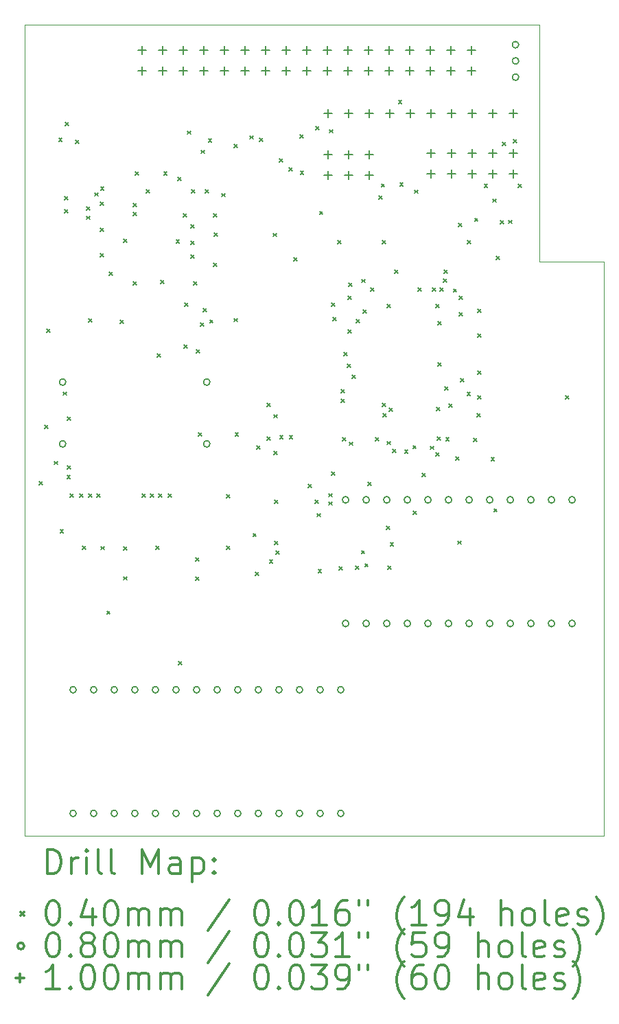
<source format=gbr>
%FSLAX45Y45*%
G04 Gerber Fmt 4.5, Leading zero omitted, Abs format (unit mm)*
G04 Created by KiCad (PCBNEW (5.1.2-1)-1) date 2020-07-05 10:41:57*
%MOMM*%
%LPD*%
G04 APERTURE LIST*
%ADD10C,0.100000*%
%ADD11C,0.200000*%
%ADD12C,0.300000*%
G04 APERTURE END LIST*
D10*
X13398500Y-6223000D02*
X14200000Y-6223000D01*
X13398500Y-3300000D02*
X13398500Y-6223000D01*
X13398500Y-3300000D02*
X7048500Y-3300000D01*
X14200000Y-13300000D02*
X14200000Y-6223000D01*
X7048500Y-13300000D02*
X14200000Y-13300000D01*
X7048500Y-3300000D02*
X7048500Y-13300000D01*
D11*
X7227260Y-8932550D02*
X7267260Y-8972550D01*
X7267260Y-8932550D02*
X7227260Y-8972550D01*
X7298400Y-8239310D02*
X7338400Y-8279310D01*
X7338400Y-8239310D02*
X7298400Y-8279310D01*
X7320600Y-7053900D02*
X7360600Y-7093900D01*
X7360600Y-7053900D02*
X7320600Y-7093900D01*
X7419470Y-8686110D02*
X7459470Y-8726110D01*
X7459470Y-8686110D02*
X7419470Y-8726110D01*
X7470720Y-4699480D02*
X7510720Y-4739480D01*
X7510720Y-4699480D02*
X7470720Y-4739480D01*
X7489030Y-9530320D02*
X7529030Y-9570320D01*
X7529030Y-9530320D02*
X7489030Y-9570320D01*
X7524250Y-7829440D02*
X7564250Y-7869440D01*
X7564250Y-7829440D02*
X7524250Y-7869440D01*
X7542230Y-5419510D02*
X7582230Y-5459510D01*
X7582230Y-5419510D02*
X7542230Y-5459510D01*
X7542600Y-5582990D02*
X7582600Y-5622990D01*
X7582600Y-5582990D02*
X7542600Y-5622990D01*
X7554300Y-4504800D02*
X7594300Y-4544800D01*
X7594300Y-4504800D02*
X7554300Y-4544800D01*
X7573640Y-8860380D02*
X7613640Y-8900380D01*
X7613640Y-8860380D02*
X7573640Y-8900380D01*
X7574940Y-8741170D02*
X7614940Y-8781170D01*
X7614940Y-8741170D02*
X7574940Y-8781170D01*
X7575020Y-8139720D02*
X7615020Y-8179720D01*
X7615020Y-8139720D02*
X7575020Y-8179720D01*
X7612700Y-9085900D02*
X7652700Y-9125900D01*
X7652700Y-9085900D02*
X7612700Y-9125900D01*
X7676750Y-4729150D02*
X7716750Y-4769150D01*
X7716750Y-4729150D02*
X7676750Y-4769150D01*
X7727000Y-9085900D02*
X7767000Y-9125900D01*
X7767000Y-9085900D02*
X7727000Y-9125900D01*
X7765100Y-9733600D02*
X7805100Y-9773600D01*
X7805100Y-9733600D02*
X7765100Y-9773600D01*
X7811710Y-5551370D02*
X7851710Y-5591370D01*
X7851710Y-5551370D02*
X7811710Y-5591370D01*
X7811950Y-5662590D02*
X7851950Y-5702590D01*
X7851950Y-5662590D02*
X7811950Y-5702590D01*
X7841300Y-6926900D02*
X7881300Y-6966900D01*
X7881300Y-6926900D02*
X7841300Y-6966900D01*
X7841300Y-9085900D02*
X7881300Y-9125900D01*
X7881300Y-9085900D02*
X7841300Y-9125900D01*
X7915380Y-5375580D02*
X7955380Y-5415580D01*
X7955380Y-5375580D02*
X7915380Y-5415580D01*
X7942900Y-9085900D02*
X7982900Y-9125900D01*
X7982900Y-9085900D02*
X7942900Y-9125900D01*
X7981000Y-5491800D02*
X8021000Y-5531800D01*
X8021000Y-5491800D02*
X7981000Y-5531800D01*
X7981000Y-5809300D02*
X8021000Y-5849300D01*
X8021000Y-5809300D02*
X7981000Y-5849300D01*
X7981000Y-6126800D02*
X8021000Y-6166800D01*
X8021000Y-6126800D02*
X7981000Y-6166800D01*
X7988850Y-5305960D02*
X8028850Y-5345960D01*
X8028850Y-5305960D02*
X7988850Y-5345960D01*
X7995100Y-9734580D02*
X8035100Y-9774580D01*
X8035100Y-9734580D02*
X7995100Y-9774580D01*
X8065180Y-10530270D02*
X8105180Y-10570270D01*
X8105180Y-10530270D02*
X8065180Y-10570270D01*
X8095300Y-6355400D02*
X8135300Y-6395400D01*
X8135300Y-6355400D02*
X8095300Y-6395400D01*
X8231360Y-6946100D02*
X8271360Y-6986100D01*
X8271360Y-6946100D02*
X8231360Y-6986100D01*
X8273100Y-5949000D02*
X8313100Y-5989000D01*
X8313100Y-5949000D02*
X8273100Y-5989000D01*
X8274160Y-9740110D02*
X8314160Y-9780110D01*
X8314160Y-9740110D02*
X8274160Y-9780110D01*
X8274160Y-10107420D02*
X8314160Y-10147420D01*
X8314160Y-10107420D02*
X8274160Y-10147420D01*
X8387400Y-5504500D02*
X8427400Y-5544500D01*
X8427400Y-5504500D02*
X8387400Y-5544500D01*
X8387400Y-6469700D02*
X8427400Y-6509700D01*
X8427400Y-6469700D02*
X8387400Y-6509700D01*
X8392710Y-5615320D02*
X8432710Y-5655320D01*
X8432710Y-5615320D02*
X8392710Y-5655320D01*
X8418000Y-5118980D02*
X8458000Y-5158980D01*
X8458000Y-5118980D02*
X8418000Y-5158980D01*
X8501700Y-9085900D02*
X8541700Y-9125900D01*
X8541700Y-9085900D02*
X8501700Y-9125900D01*
X8552500Y-5339400D02*
X8592500Y-5379400D01*
X8592500Y-5339400D02*
X8552500Y-5379400D01*
X8603300Y-9085900D02*
X8643300Y-9125900D01*
X8643300Y-9085900D02*
X8603300Y-9125900D01*
X8666800Y-9733600D02*
X8706800Y-9773600D01*
X8706800Y-9733600D02*
X8666800Y-9773600D01*
X8688130Y-7363370D02*
X8728130Y-7403370D01*
X8728130Y-7363370D02*
X8688130Y-7403370D01*
X8704900Y-9085900D02*
X8744900Y-9125900D01*
X8744900Y-9085900D02*
X8704900Y-9125900D01*
X8730300Y-6457000D02*
X8770300Y-6497000D01*
X8770300Y-6457000D02*
X8730300Y-6497000D01*
X8768000Y-5119640D02*
X8808000Y-5159640D01*
X8808000Y-5119640D02*
X8768000Y-5159640D01*
X8819200Y-9085900D02*
X8859200Y-9125900D01*
X8859200Y-9085900D02*
X8819200Y-9125900D01*
X8918610Y-5953070D02*
X8958610Y-5993070D01*
X8958610Y-5953070D02*
X8918610Y-5993070D01*
X8942990Y-5187480D02*
X8982990Y-5227480D01*
X8982990Y-5187480D02*
X8942990Y-5227480D01*
X8950290Y-11156170D02*
X8990290Y-11196170D01*
X8990290Y-11156170D02*
X8950290Y-11196170D01*
X9009700Y-5631500D02*
X9049700Y-5671500D01*
X9049700Y-5631500D02*
X9009700Y-5671500D01*
X9017920Y-7252320D02*
X9057920Y-7292320D01*
X9057920Y-7252320D02*
X9017920Y-7292320D01*
X9022400Y-6736400D02*
X9062400Y-6776400D01*
X9062400Y-6736400D02*
X9022400Y-6776400D01*
X9059510Y-4613860D02*
X9099510Y-4653860D01*
X9099510Y-4613860D02*
X9059510Y-4653860D01*
X9098600Y-5771200D02*
X9138600Y-5811200D01*
X9138600Y-5771200D02*
X9098600Y-5811200D01*
X9098600Y-5974400D02*
X9138600Y-6014400D01*
X9138600Y-5974400D02*
X9098600Y-6014400D01*
X9098600Y-6139500D02*
X9138600Y-6179500D01*
X9138600Y-6139500D02*
X9098600Y-6179500D01*
X9111300Y-5339400D02*
X9151300Y-5379400D01*
X9151300Y-5339400D02*
X9111300Y-5379400D01*
X9136700Y-6469700D02*
X9176700Y-6509700D01*
X9176700Y-6469700D02*
X9136700Y-6509700D01*
X9162360Y-9873480D02*
X9202360Y-9913480D01*
X9202360Y-9873480D02*
X9162360Y-9913480D01*
X9162360Y-10114600D02*
X9202360Y-10154600D01*
X9202360Y-10114600D02*
X9162360Y-10154600D01*
X9171840Y-7311280D02*
X9211840Y-7351280D01*
X9211840Y-7311280D02*
X9171840Y-7351280D01*
X9194600Y-8334540D02*
X9234600Y-8374540D01*
X9234600Y-8334540D02*
X9194600Y-8374540D01*
X9218000Y-6981710D02*
X9258000Y-7021710D01*
X9258000Y-6981710D02*
X9218000Y-7021710D01*
X9228990Y-4850240D02*
X9268990Y-4890240D01*
X9268990Y-4850240D02*
X9228990Y-4890240D01*
X9252300Y-6798640D02*
X9292300Y-6838640D01*
X9292300Y-6798640D02*
X9252300Y-6838640D01*
X9276400Y-5339400D02*
X9316400Y-5379400D01*
X9316400Y-5339400D02*
X9276400Y-5379400D01*
X9317240Y-4712100D02*
X9357240Y-4752100D01*
X9357240Y-4712100D02*
X9317240Y-4752100D01*
X9333510Y-6940850D02*
X9373510Y-6980850D01*
X9373510Y-6940850D02*
X9333510Y-6980850D01*
X9378000Y-5631500D02*
X9418000Y-5671500D01*
X9418000Y-5631500D02*
X9378000Y-5671500D01*
X9378000Y-6241100D02*
X9418000Y-6281100D01*
X9418000Y-6241100D02*
X9378000Y-6281100D01*
X9390700Y-5872800D02*
X9430700Y-5912800D01*
X9430700Y-5872800D02*
X9390700Y-5912800D01*
X9480500Y-5382840D02*
X9520500Y-5422840D01*
X9520500Y-5382840D02*
X9480500Y-5422840D01*
X9543100Y-9098600D02*
X9583100Y-9138600D01*
X9583100Y-9098600D02*
X9543100Y-9138600D01*
X9543100Y-9733600D02*
X9583100Y-9773600D01*
X9583100Y-9733600D02*
X9543100Y-9773600D01*
X9634250Y-6924660D02*
X9674250Y-6964660D01*
X9674250Y-6924660D02*
X9634250Y-6964660D01*
X9636710Y-4779170D02*
X9676710Y-4819170D01*
X9676710Y-4779170D02*
X9636710Y-4819170D01*
X9647290Y-8334450D02*
X9687290Y-8374450D01*
X9687290Y-8334450D02*
X9647290Y-8374450D01*
X9830050Y-4671410D02*
X9870050Y-4711410D01*
X9870050Y-4671410D02*
X9830050Y-4711410D01*
X9866770Y-9574030D02*
X9906770Y-9614030D01*
X9906770Y-9574030D02*
X9866770Y-9614030D01*
X9896740Y-10055200D02*
X9936740Y-10095200D01*
X9936740Y-10055200D02*
X9896740Y-10095200D01*
X9916130Y-8497190D02*
X9956130Y-8537190D01*
X9956130Y-8497190D02*
X9916130Y-8537190D01*
X9945940Y-4704690D02*
X9985940Y-4744690D01*
X9985940Y-4704690D02*
X9945940Y-4744690D01*
X10043860Y-7970860D02*
X10083860Y-8010860D01*
X10083860Y-7970860D02*
X10043860Y-8010860D01*
X10043860Y-8385440D02*
X10083860Y-8425440D01*
X10083860Y-8385440D02*
X10043860Y-8425440D01*
X10069820Y-9900460D02*
X10109820Y-9940460D01*
X10109820Y-9900460D02*
X10069820Y-9940460D01*
X10117190Y-5875600D02*
X10157190Y-5915600D01*
X10157190Y-5875600D02*
X10117190Y-5915600D01*
X10126950Y-8109530D02*
X10166950Y-8149530D01*
X10166950Y-8109530D02*
X10126950Y-8149530D01*
X10126950Y-8565530D02*
X10166950Y-8605530D01*
X10166950Y-8565530D02*
X10126950Y-8605530D01*
X10132590Y-9164290D02*
X10172590Y-9204290D01*
X10172590Y-9164290D02*
X10132590Y-9204290D01*
X10132590Y-9674050D02*
X10172590Y-9714050D01*
X10172590Y-9674050D02*
X10132590Y-9714050D01*
X10151970Y-9788720D02*
X10191970Y-9828720D01*
X10191970Y-9788720D02*
X10151970Y-9828720D01*
X10195060Y-4954510D02*
X10235060Y-4994510D01*
X10235060Y-4954510D02*
X10195060Y-4994510D01*
X10196880Y-8369060D02*
X10236880Y-8409060D01*
X10236880Y-8369060D02*
X10196880Y-8409060D01*
X10313770Y-5064190D02*
X10353770Y-5104190D01*
X10353770Y-5064190D02*
X10313770Y-5104190D01*
X10316510Y-8369500D02*
X10356510Y-8409500D01*
X10356510Y-8369500D02*
X10316510Y-8409500D01*
X10373550Y-6178030D02*
X10413550Y-6218030D01*
X10413550Y-6178030D02*
X10373550Y-6218030D01*
X10445110Y-4661820D02*
X10485110Y-4701820D01*
X10485110Y-4661820D02*
X10445110Y-4701820D01*
X10451980Y-5106520D02*
X10491980Y-5146520D01*
X10491980Y-5106520D02*
X10451980Y-5146520D01*
X10547580Y-8966070D02*
X10587580Y-9006070D01*
X10587580Y-8966070D02*
X10547580Y-9006070D01*
X10634610Y-9165660D02*
X10674610Y-9205660D01*
X10674610Y-9165660D02*
X10634610Y-9205660D01*
X10643770Y-4560350D02*
X10683770Y-4600350D01*
X10683770Y-4560350D02*
X10643770Y-4600350D01*
X10658670Y-9329530D02*
X10698670Y-9369530D01*
X10698670Y-9329530D02*
X10658670Y-9369530D01*
X10671750Y-10017730D02*
X10711750Y-10057730D01*
X10711750Y-10017730D02*
X10671750Y-10057730D01*
X10688500Y-5602880D02*
X10728500Y-5642880D01*
X10728500Y-5602880D02*
X10688500Y-5642880D01*
X10801010Y-9184370D02*
X10841010Y-9224370D01*
X10841010Y-9184370D02*
X10801010Y-9224370D01*
X10803030Y-9082440D02*
X10843030Y-9122440D01*
X10843030Y-9082440D02*
X10803030Y-9122440D01*
X10814290Y-4595620D02*
X10854290Y-4635620D01*
X10854290Y-4595620D02*
X10814290Y-4635620D01*
X10838500Y-6736400D02*
X10878500Y-6776400D01*
X10878500Y-6736400D02*
X10838500Y-6776400D01*
X10838500Y-8819200D02*
X10878500Y-8859200D01*
X10878500Y-8819200D02*
X10838500Y-8859200D01*
X10851200Y-6914200D02*
X10891200Y-6954200D01*
X10891200Y-6914200D02*
X10851200Y-6954200D01*
X10914700Y-5961700D02*
X10954700Y-6001700D01*
X10954700Y-5961700D02*
X10914700Y-6001700D01*
X10929420Y-9983120D02*
X10969420Y-10023120D01*
X10969420Y-9983120D02*
X10929420Y-10023120D01*
X10952800Y-7803200D02*
X10992800Y-7843200D01*
X10992800Y-7803200D02*
X10952800Y-7843200D01*
X10952800Y-7917500D02*
X10992800Y-7957500D01*
X10992800Y-7917500D02*
X10952800Y-7957500D01*
X10972692Y-8392272D02*
X11012692Y-8432272D01*
X11012692Y-8392272D02*
X10972692Y-8432272D01*
X10990900Y-7346000D02*
X11030900Y-7386000D01*
X11030900Y-7346000D02*
X10990900Y-7386000D01*
X11029000Y-7485700D02*
X11069000Y-7525700D01*
X11069000Y-7485700D02*
X11029000Y-7525700D01*
X11041700Y-6647500D02*
X11081700Y-6687500D01*
X11081700Y-6647500D02*
X11041700Y-6687500D01*
X11041700Y-7066600D02*
X11081700Y-7106600D01*
X11081700Y-7066600D02*
X11041700Y-7106600D01*
X11050900Y-6487900D02*
X11090900Y-6527900D01*
X11090900Y-6487900D02*
X11050900Y-6527900D01*
X11055401Y-8448481D02*
X11095401Y-8488481D01*
X11095401Y-8448481D02*
X11055401Y-8488481D01*
X11092500Y-7621900D02*
X11132500Y-7661900D01*
X11132500Y-7621900D02*
X11092500Y-7661900D01*
X11130600Y-9979190D02*
X11170600Y-10019190D01*
X11170600Y-9979190D02*
X11130600Y-10019190D01*
X11143300Y-6939600D02*
X11183300Y-6979600D01*
X11183300Y-6939600D02*
X11143300Y-6979600D01*
X11205950Y-9785830D02*
X11245950Y-9825830D01*
X11245950Y-9785830D02*
X11205950Y-9825830D01*
X11209917Y-6441203D02*
X11249917Y-6481203D01*
X11249917Y-6441203D02*
X11209917Y-6481203D01*
X11225849Y-6818951D02*
X11265849Y-6858951D01*
X11265849Y-6818951D02*
X11225849Y-6858951D01*
X11246560Y-9947120D02*
X11286560Y-9987120D01*
X11286560Y-9947120D02*
X11246560Y-9987120D01*
X11283000Y-8946200D02*
X11323000Y-8986200D01*
X11323000Y-8946200D02*
X11283000Y-8986200D01*
X11321100Y-6545900D02*
X11361100Y-6585900D01*
X11361100Y-6545900D02*
X11321100Y-6585900D01*
X11380590Y-8392710D02*
X11420590Y-8432710D01*
X11420590Y-8392710D02*
X11380590Y-8432710D01*
X11421320Y-5411290D02*
X11461320Y-5451290D01*
X11461320Y-5411290D02*
X11421320Y-5451290D01*
X11450180Y-5265820D02*
X11490180Y-5305820D01*
X11490180Y-5265820D02*
X11450180Y-5305820D01*
X11460800Y-5961700D02*
X11500800Y-6001700D01*
X11500800Y-5961700D02*
X11460800Y-6001700D01*
X11460800Y-7968300D02*
X11500800Y-8008300D01*
X11500800Y-7968300D02*
X11460800Y-8008300D01*
X11473390Y-8099870D02*
X11513390Y-8139870D01*
X11513390Y-8099870D02*
X11473390Y-8139870D01*
X11516440Y-9488170D02*
X11556440Y-9528170D01*
X11556440Y-9488170D02*
X11516440Y-9528170D01*
X11521270Y-8439910D02*
X11561270Y-8479910D01*
X11561270Y-8439910D02*
X11521270Y-8479910D01*
X11524300Y-6749100D02*
X11564300Y-6789100D01*
X11564300Y-6749100D02*
X11524300Y-6789100D01*
X11532160Y-9975800D02*
X11572160Y-10015800D01*
X11572160Y-9975800D02*
X11532160Y-10015800D01*
X11549700Y-8031800D02*
X11589700Y-8071800D01*
X11589700Y-8031800D02*
X11549700Y-8071800D01*
X11560300Y-9688460D02*
X11600300Y-9728460D01*
X11600300Y-9688460D02*
X11560300Y-9728460D01*
X11589750Y-8540040D02*
X11629750Y-8580040D01*
X11629750Y-8540040D02*
X11589750Y-8580040D01*
X11613200Y-6330000D02*
X11653200Y-6370000D01*
X11653200Y-6330000D02*
X11613200Y-6370000D01*
X11663170Y-4234340D02*
X11703170Y-4274340D01*
X11703170Y-4234340D02*
X11663170Y-4274340D01*
X11678580Y-5254030D02*
X11718580Y-5294030D01*
X11718580Y-5254030D02*
X11678580Y-5294030D01*
X11738520Y-8543520D02*
X11778520Y-8583520D01*
X11778520Y-8543520D02*
X11738520Y-8583520D01*
X11840330Y-8489890D02*
X11880330Y-8529890D01*
X11880330Y-8489890D02*
X11840330Y-8529890D01*
X11844770Y-9300960D02*
X11884770Y-9340960D01*
X11884770Y-9300960D02*
X11844770Y-9340960D01*
X11861090Y-5340750D02*
X11901090Y-5380750D01*
X11901090Y-5340750D02*
X11861090Y-5380750D01*
X11905300Y-6545900D02*
X11945300Y-6585900D01*
X11945300Y-6545900D02*
X11905300Y-6585900D01*
X11956100Y-8831900D02*
X11996100Y-8871900D01*
X11996100Y-8831900D02*
X11956100Y-8871900D01*
X12059040Y-8499760D02*
X12099040Y-8539760D01*
X12099040Y-8499760D02*
X12059040Y-8539760D01*
X12083100Y-6545900D02*
X12123100Y-6585900D01*
X12123100Y-6545900D02*
X12083100Y-6585900D01*
X12121200Y-6749100D02*
X12161200Y-6789100D01*
X12161200Y-6749100D02*
X12121200Y-6789100D01*
X12126780Y-8580180D02*
X12166780Y-8620180D01*
X12166780Y-8580180D02*
X12126780Y-8620180D01*
X12133900Y-8019100D02*
X12173900Y-8059100D01*
X12173900Y-8019100D02*
X12133900Y-8059100D01*
X12141710Y-8387660D02*
X12181710Y-8427660D01*
X12181710Y-8387660D02*
X12141710Y-8427660D01*
X12146600Y-6965000D02*
X12186600Y-7005000D01*
X12186600Y-6965000D02*
X12146600Y-7005000D01*
X12146600Y-7473000D02*
X12186600Y-7513000D01*
X12186600Y-7473000D02*
X12146600Y-7513000D01*
X12172000Y-6545900D02*
X12212000Y-6585900D01*
X12212000Y-6545900D02*
X12172000Y-6585900D01*
X12218100Y-6439640D02*
X12258100Y-6479640D01*
X12258100Y-6439640D02*
X12218100Y-6479640D01*
X12222800Y-6330000D02*
X12262800Y-6370000D01*
X12262800Y-6330000D02*
X12222800Y-6370000D01*
X12235500Y-7765100D02*
X12275500Y-7805100D01*
X12275500Y-7765100D02*
X12235500Y-7805100D01*
X12246430Y-8395450D02*
X12286430Y-8435450D01*
X12286430Y-8395450D02*
X12246430Y-8435450D01*
X12286300Y-7981000D02*
X12326300Y-8021000D01*
X12326300Y-7981000D02*
X12286300Y-8021000D01*
X12338857Y-6560357D02*
X12378857Y-6600357D01*
X12378857Y-6560357D02*
X12338857Y-6600357D01*
X12372160Y-8629380D02*
X12412160Y-8669380D01*
X12412160Y-8629380D02*
X12372160Y-8669380D01*
X12393330Y-9666840D02*
X12433330Y-9706840D01*
X12433330Y-9666840D02*
X12393330Y-9706840D01*
X12401760Y-5750760D02*
X12441760Y-5790760D01*
X12441760Y-5750760D02*
X12401760Y-5790760D01*
X12413300Y-6647500D02*
X12453300Y-6687500D01*
X12453300Y-6647500D02*
X12413300Y-6687500D01*
X12413300Y-6850700D02*
X12453300Y-6890700D01*
X12453300Y-6850700D02*
X12413300Y-6890700D01*
X12426000Y-7663500D02*
X12466000Y-7703500D01*
X12466000Y-7663500D02*
X12426000Y-7703500D01*
X12509900Y-7833640D02*
X12549900Y-7873640D01*
X12549900Y-7833640D02*
X12509900Y-7873640D01*
X12514900Y-5961700D02*
X12554900Y-6001700D01*
X12554900Y-5961700D02*
X12514900Y-6001700D01*
X12591100Y-8400100D02*
X12631100Y-8440100D01*
X12631100Y-8400100D02*
X12591100Y-8440100D01*
X12602950Y-5687640D02*
X12642950Y-5727640D01*
X12642950Y-5687640D02*
X12602950Y-5727640D01*
X12629200Y-8095300D02*
X12669200Y-8135300D01*
X12669200Y-8095300D02*
X12629200Y-8135300D01*
X12641900Y-6812600D02*
X12681900Y-6852600D01*
X12681900Y-6812600D02*
X12641900Y-6852600D01*
X12641900Y-7117400D02*
X12681900Y-7157400D01*
X12681900Y-7117400D02*
X12641900Y-7157400D01*
X12641900Y-7574600D02*
X12681900Y-7614600D01*
X12681900Y-7574600D02*
X12641900Y-7614600D01*
X12641900Y-7879400D02*
X12681900Y-7919400D01*
X12681900Y-7879400D02*
X12641900Y-7919400D01*
X12721060Y-5271800D02*
X12761060Y-5311800D01*
X12761060Y-5271800D02*
X12721060Y-5311800D01*
X12806420Y-8637960D02*
X12846420Y-8677960D01*
X12846420Y-8637960D02*
X12806420Y-8677960D01*
X12826870Y-5450830D02*
X12866870Y-5490830D01*
X12866870Y-5450830D02*
X12826870Y-5490830D01*
X12839520Y-9269660D02*
X12879520Y-9309660D01*
X12879520Y-9269660D02*
X12839520Y-9309660D01*
X12871820Y-6157850D02*
X12911820Y-6197850D01*
X12911820Y-6157850D02*
X12871820Y-6197850D01*
X12920440Y-5717580D02*
X12960440Y-5757580D01*
X12960440Y-5717580D02*
X12920440Y-5757580D01*
X12948350Y-4755650D02*
X12988350Y-4795650D01*
X12988350Y-4755650D02*
X12948350Y-4795650D01*
X13021411Y-5714070D02*
X13061411Y-5754070D01*
X13061411Y-5714070D02*
X13021411Y-5754070D01*
X13078110Y-4721590D02*
X13118110Y-4761590D01*
X13118110Y-4721590D02*
X13078110Y-4761590D01*
X13137020Y-5270770D02*
X13177020Y-5310770D01*
X13177020Y-5270770D02*
X13137020Y-5310770D01*
X13726360Y-7879390D02*
X13766360Y-7919390D01*
X13766360Y-7879390D02*
X13726360Y-7919390D01*
X13146400Y-3549700D02*
G75*
G03X13146400Y-3549700I-40000J0D01*
G01*
X13146400Y-3749700D02*
G75*
G03X13146400Y-3749700I-40000J0D01*
G01*
X13146400Y-3949700D02*
G75*
G03X13146400Y-3949700I-40000J0D01*
G01*
X7688000Y-11503000D02*
G75*
G03X7688000Y-11503000I-40000J0D01*
G01*
X7688000Y-13027000D02*
G75*
G03X7688000Y-13027000I-40000J0D01*
G01*
X7942000Y-11503000D02*
G75*
G03X7942000Y-11503000I-40000J0D01*
G01*
X7942000Y-13027000D02*
G75*
G03X7942000Y-13027000I-40000J0D01*
G01*
X8196000Y-11503000D02*
G75*
G03X8196000Y-11503000I-40000J0D01*
G01*
X8196000Y-13027000D02*
G75*
G03X8196000Y-13027000I-40000J0D01*
G01*
X8450000Y-11503000D02*
G75*
G03X8450000Y-11503000I-40000J0D01*
G01*
X8450000Y-13027000D02*
G75*
G03X8450000Y-13027000I-40000J0D01*
G01*
X8704000Y-11503000D02*
G75*
G03X8704000Y-11503000I-40000J0D01*
G01*
X8704000Y-13027000D02*
G75*
G03X8704000Y-13027000I-40000J0D01*
G01*
X8958000Y-11503000D02*
G75*
G03X8958000Y-11503000I-40000J0D01*
G01*
X8958000Y-13027000D02*
G75*
G03X8958000Y-13027000I-40000J0D01*
G01*
X9212000Y-11503000D02*
G75*
G03X9212000Y-11503000I-40000J0D01*
G01*
X9212000Y-13027000D02*
G75*
G03X9212000Y-13027000I-40000J0D01*
G01*
X9466000Y-11503000D02*
G75*
G03X9466000Y-11503000I-40000J0D01*
G01*
X9466000Y-13027000D02*
G75*
G03X9466000Y-13027000I-40000J0D01*
G01*
X9720000Y-11503000D02*
G75*
G03X9720000Y-11503000I-40000J0D01*
G01*
X9720000Y-13027000D02*
G75*
G03X9720000Y-13027000I-40000J0D01*
G01*
X9974000Y-11503000D02*
G75*
G03X9974000Y-11503000I-40000J0D01*
G01*
X9974000Y-13027000D02*
G75*
G03X9974000Y-13027000I-40000J0D01*
G01*
X10228000Y-11503000D02*
G75*
G03X10228000Y-11503000I-40000J0D01*
G01*
X10228000Y-13027000D02*
G75*
G03X10228000Y-13027000I-40000J0D01*
G01*
X10482000Y-11503000D02*
G75*
G03X10482000Y-11503000I-40000J0D01*
G01*
X10482000Y-13027000D02*
G75*
G03X10482000Y-13027000I-40000J0D01*
G01*
X10736000Y-11503000D02*
G75*
G03X10736000Y-11503000I-40000J0D01*
G01*
X10736000Y-13027000D02*
G75*
G03X10736000Y-13027000I-40000J0D01*
G01*
X10990000Y-11503000D02*
G75*
G03X10990000Y-11503000I-40000J0D01*
G01*
X10990000Y-13027000D02*
G75*
G03X10990000Y-13027000I-40000J0D01*
G01*
X11050000Y-9161000D02*
G75*
G03X11050000Y-9161000I-40000J0D01*
G01*
X11050000Y-10685000D02*
G75*
G03X11050000Y-10685000I-40000J0D01*
G01*
X11304000Y-9161000D02*
G75*
G03X11304000Y-9161000I-40000J0D01*
G01*
X11304000Y-10685000D02*
G75*
G03X11304000Y-10685000I-40000J0D01*
G01*
X11558000Y-9161000D02*
G75*
G03X11558000Y-9161000I-40000J0D01*
G01*
X11558000Y-10685000D02*
G75*
G03X11558000Y-10685000I-40000J0D01*
G01*
X11812000Y-9161000D02*
G75*
G03X11812000Y-9161000I-40000J0D01*
G01*
X11812000Y-10685000D02*
G75*
G03X11812000Y-10685000I-40000J0D01*
G01*
X12066000Y-9161000D02*
G75*
G03X12066000Y-9161000I-40000J0D01*
G01*
X12066000Y-10685000D02*
G75*
G03X12066000Y-10685000I-40000J0D01*
G01*
X12320000Y-9161000D02*
G75*
G03X12320000Y-9161000I-40000J0D01*
G01*
X12320000Y-10685000D02*
G75*
G03X12320000Y-10685000I-40000J0D01*
G01*
X12574000Y-9161000D02*
G75*
G03X12574000Y-9161000I-40000J0D01*
G01*
X12574000Y-10685000D02*
G75*
G03X12574000Y-10685000I-40000J0D01*
G01*
X12828000Y-9161000D02*
G75*
G03X12828000Y-9161000I-40000J0D01*
G01*
X12828000Y-10685000D02*
G75*
G03X12828000Y-10685000I-40000J0D01*
G01*
X13082000Y-9161000D02*
G75*
G03X13082000Y-9161000I-40000J0D01*
G01*
X13082000Y-10685000D02*
G75*
G03X13082000Y-10685000I-40000J0D01*
G01*
X13336000Y-9161000D02*
G75*
G03X13336000Y-9161000I-40000J0D01*
G01*
X13336000Y-10685000D02*
G75*
G03X13336000Y-10685000I-40000J0D01*
G01*
X13590000Y-9161000D02*
G75*
G03X13590000Y-9161000I-40000J0D01*
G01*
X13590000Y-10685000D02*
G75*
G03X13590000Y-10685000I-40000J0D01*
G01*
X13844000Y-9161000D02*
G75*
G03X13844000Y-9161000I-40000J0D01*
G01*
X13844000Y-10685000D02*
G75*
G03X13844000Y-10685000I-40000J0D01*
G01*
X7558400Y-7708900D02*
G75*
G03X7558400Y-7708900I-40000J0D01*
G01*
X7558400Y-8470900D02*
G75*
G03X7558400Y-8470900I-40000J0D01*
G01*
X9336400Y-7708900D02*
G75*
G03X9336400Y-7708900I-40000J0D01*
G01*
X9336400Y-8470900D02*
G75*
G03X9336400Y-8470900I-40000J0D01*
G01*
X8496300Y-3569500D02*
X8496300Y-3669500D01*
X8446300Y-3619500D02*
X8546300Y-3619500D01*
X8496300Y-3823500D02*
X8496300Y-3923500D01*
X8446300Y-3873500D02*
X8546300Y-3873500D01*
X8750300Y-3569500D02*
X8750300Y-3669500D01*
X8700300Y-3619500D02*
X8800300Y-3619500D01*
X8750300Y-3823500D02*
X8750300Y-3923500D01*
X8700300Y-3873500D02*
X8800300Y-3873500D01*
X9004300Y-3569500D02*
X9004300Y-3669500D01*
X8954300Y-3619500D02*
X9054300Y-3619500D01*
X9004300Y-3823500D02*
X9004300Y-3923500D01*
X8954300Y-3873500D02*
X9054300Y-3873500D01*
X9258300Y-3569500D02*
X9258300Y-3669500D01*
X9208300Y-3619500D02*
X9308300Y-3619500D01*
X9258300Y-3823500D02*
X9258300Y-3923500D01*
X9208300Y-3873500D02*
X9308300Y-3873500D01*
X9512300Y-3569500D02*
X9512300Y-3669500D01*
X9462300Y-3619500D02*
X9562300Y-3619500D01*
X9512300Y-3823500D02*
X9512300Y-3923500D01*
X9462300Y-3873500D02*
X9562300Y-3873500D01*
X9766300Y-3569500D02*
X9766300Y-3669500D01*
X9716300Y-3619500D02*
X9816300Y-3619500D01*
X9766300Y-3823500D02*
X9766300Y-3923500D01*
X9716300Y-3873500D02*
X9816300Y-3873500D01*
X10020300Y-3569500D02*
X10020300Y-3669500D01*
X9970300Y-3619500D02*
X10070300Y-3619500D01*
X10020300Y-3823500D02*
X10020300Y-3923500D01*
X9970300Y-3873500D02*
X10070300Y-3873500D01*
X10274300Y-3569500D02*
X10274300Y-3669500D01*
X10224300Y-3619500D02*
X10324300Y-3619500D01*
X10274300Y-3823500D02*
X10274300Y-3923500D01*
X10224300Y-3873500D02*
X10324300Y-3873500D01*
X10528300Y-3569500D02*
X10528300Y-3669500D01*
X10478300Y-3619500D02*
X10578300Y-3619500D01*
X10528300Y-3823500D02*
X10528300Y-3923500D01*
X10478300Y-3873500D02*
X10578300Y-3873500D01*
X10782300Y-3569500D02*
X10782300Y-3669500D01*
X10732300Y-3619500D02*
X10832300Y-3619500D01*
X10782300Y-3823500D02*
X10782300Y-3923500D01*
X10732300Y-3873500D02*
X10832300Y-3873500D01*
X11036300Y-3569500D02*
X11036300Y-3669500D01*
X10986300Y-3619500D02*
X11086300Y-3619500D01*
X11036300Y-3823500D02*
X11036300Y-3923500D01*
X10986300Y-3873500D02*
X11086300Y-3873500D01*
X11290300Y-3569500D02*
X11290300Y-3669500D01*
X11240300Y-3619500D02*
X11340300Y-3619500D01*
X11290300Y-3823500D02*
X11290300Y-3923500D01*
X11240300Y-3873500D02*
X11340300Y-3873500D01*
X11544300Y-3569500D02*
X11544300Y-3669500D01*
X11494300Y-3619500D02*
X11594300Y-3619500D01*
X11544300Y-3823500D02*
X11544300Y-3923500D01*
X11494300Y-3873500D02*
X11594300Y-3873500D01*
X11798300Y-3569500D02*
X11798300Y-3669500D01*
X11748300Y-3619500D02*
X11848300Y-3619500D01*
X11798300Y-3823500D02*
X11798300Y-3923500D01*
X11748300Y-3873500D02*
X11848300Y-3873500D01*
X12052300Y-3569500D02*
X12052300Y-3669500D01*
X12002300Y-3619500D02*
X12102300Y-3619500D01*
X12052300Y-3823500D02*
X12052300Y-3923500D01*
X12002300Y-3873500D02*
X12102300Y-3873500D01*
X12306300Y-3569500D02*
X12306300Y-3669500D01*
X12256300Y-3619500D02*
X12356300Y-3619500D01*
X12306300Y-3823500D02*
X12306300Y-3923500D01*
X12256300Y-3873500D02*
X12356300Y-3873500D01*
X12560300Y-3569500D02*
X12560300Y-3669500D01*
X12510300Y-3619500D02*
X12610300Y-3619500D01*
X12560300Y-3823500D02*
X12560300Y-3923500D01*
X12510300Y-3873500D02*
X12610300Y-3873500D01*
X10795000Y-4852200D02*
X10795000Y-4952200D01*
X10745000Y-4902200D02*
X10845000Y-4902200D01*
X10795000Y-5106200D02*
X10795000Y-5206200D01*
X10745000Y-5156200D02*
X10845000Y-5156200D01*
X11049000Y-4852200D02*
X11049000Y-4952200D01*
X10999000Y-4902200D02*
X11099000Y-4902200D01*
X11049000Y-5106200D02*
X11049000Y-5206200D01*
X10999000Y-5156200D02*
X11099000Y-5156200D01*
X11303000Y-4852200D02*
X11303000Y-4952200D01*
X11253000Y-4902200D02*
X11353000Y-4902200D01*
X11303000Y-5106200D02*
X11303000Y-5206200D01*
X11253000Y-5156200D02*
X11353000Y-5156200D01*
X12065000Y-4839500D02*
X12065000Y-4939500D01*
X12015000Y-4889500D02*
X12115000Y-4889500D01*
X12065000Y-5093500D02*
X12065000Y-5193500D01*
X12015000Y-5143500D02*
X12115000Y-5143500D01*
X12319000Y-4839500D02*
X12319000Y-4939500D01*
X12269000Y-4889500D02*
X12369000Y-4889500D01*
X12319000Y-5093500D02*
X12319000Y-5193500D01*
X12269000Y-5143500D02*
X12369000Y-5143500D01*
X12573000Y-4839500D02*
X12573000Y-4939500D01*
X12523000Y-4889500D02*
X12623000Y-4889500D01*
X12573000Y-5093500D02*
X12573000Y-5193500D01*
X12523000Y-5143500D02*
X12623000Y-5143500D01*
X12827000Y-4839500D02*
X12827000Y-4939500D01*
X12777000Y-4889500D02*
X12877000Y-4889500D01*
X12827000Y-5093500D02*
X12827000Y-5193500D01*
X12777000Y-5143500D02*
X12877000Y-5143500D01*
X13081000Y-4839500D02*
X13081000Y-4939500D01*
X13031000Y-4889500D02*
X13131000Y-4889500D01*
X13081000Y-5093500D02*
X13081000Y-5193500D01*
X13031000Y-5143500D02*
X13131000Y-5143500D01*
X10795000Y-4344200D02*
X10795000Y-4444200D01*
X10745000Y-4394200D02*
X10845000Y-4394200D01*
X11049000Y-4344200D02*
X11049000Y-4444200D01*
X10999000Y-4394200D02*
X11099000Y-4394200D01*
X11303000Y-4344200D02*
X11303000Y-4444200D01*
X11253000Y-4394200D02*
X11353000Y-4394200D01*
X11557000Y-4344200D02*
X11557000Y-4444200D01*
X11507000Y-4394200D02*
X11607000Y-4394200D01*
X11811000Y-4344200D02*
X11811000Y-4444200D01*
X11761000Y-4394200D02*
X11861000Y-4394200D01*
X12065000Y-4344200D02*
X12065000Y-4444200D01*
X12015000Y-4394200D02*
X12115000Y-4394200D01*
X12319000Y-4344200D02*
X12319000Y-4444200D01*
X12269000Y-4394200D02*
X12369000Y-4394200D01*
X12573000Y-4344200D02*
X12573000Y-4444200D01*
X12523000Y-4394200D02*
X12623000Y-4394200D01*
X12827000Y-4344200D02*
X12827000Y-4444200D01*
X12777000Y-4394200D02*
X12877000Y-4394200D01*
X13081000Y-4344200D02*
X13081000Y-4444200D01*
X13031000Y-4394200D02*
X13131000Y-4394200D01*
D12*
X7329928Y-13770714D02*
X7329928Y-13470714D01*
X7401357Y-13470714D01*
X7444214Y-13485000D01*
X7472786Y-13513571D01*
X7487071Y-13542143D01*
X7501357Y-13599286D01*
X7501357Y-13642143D01*
X7487071Y-13699286D01*
X7472786Y-13727857D01*
X7444214Y-13756429D01*
X7401357Y-13770714D01*
X7329928Y-13770714D01*
X7629928Y-13770714D02*
X7629928Y-13570714D01*
X7629928Y-13627857D02*
X7644214Y-13599286D01*
X7658500Y-13585000D01*
X7687071Y-13570714D01*
X7715643Y-13570714D01*
X7815643Y-13770714D02*
X7815643Y-13570714D01*
X7815643Y-13470714D02*
X7801357Y-13485000D01*
X7815643Y-13499286D01*
X7829928Y-13485000D01*
X7815643Y-13470714D01*
X7815643Y-13499286D01*
X8001357Y-13770714D02*
X7972786Y-13756429D01*
X7958500Y-13727857D01*
X7958500Y-13470714D01*
X8158500Y-13770714D02*
X8129928Y-13756429D01*
X8115643Y-13727857D01*
X8115643Y-13470714D01*
X8501357Y-13770714D02*
X8501357Y-13470714D01*
X8601357Y-13685000D01*
X8701357Y-13470714D01*
X8701357Y-13770714D01*
X8972786Y-13770714D02*
X8972786Y-13613571D01*
X8958500Y-13585000D01*
X8929928Y-13570714D01*
X8872786Y-13570714D01*
X8844214Y-13585000D01*
X8972786Y-13756429D02*
X8944214Y-13770714D01*
X8872786Y-13770714D01*
X8844214Y-13756429D01*
X8829928Y-13727857D01*
X8829928Y-13699286D01*
X8844214Y-13670714D01*
X8872786Y-13656429D01*
X8944214Y-13656429D01*
X8972786Y-13642143D01*
X9115643Y-13570714D02*
X9115643Y-13870714D01*
X9115643Y-13585000D02*
X9144214Y-13570714D01*
X9201357Y-13570714D01*
X9229928Y-13585000D01*
X9244214Y-13599286D01*
X9258500Y-13627857D01*
X9258500Y-13713571D01*
X9244214Y-13742143D01*
X9229928Y-13756429D01*
X9201357Y-13770714D01*
X9144214Y-13770714D01*
X9115643Y-13756429D01*
X9387071Y-13742143D02*
X9401357Y-13756429D01*
X9387071Y-13770714D01*
X9372786Y-13756429D01*
X9387071Y-13742143D01*
X9387071Y-13770714D01*
X9387071Y-13585000D02*
X9401357Y-13599286D01*
X9387071Y-13613571D01*
X9372786Y-13599286D01*
X9387071Y-13585000D01*
X9387071Y-13613571D01*
X7003500Y-14245000D02*
X7043500Y-14285000D01*
X7043500Y-14245000D02*
X7003500Y-14285000D01*
X7387071Y-14100714D02*
X7415643Y-14100714D01*
X7444214Y-14115000D01*
X7458500Y-14129286D01*
X7472786Y-14157857D01*
X7487071Y-14215000D01*
X7487071Y-14286429D01*
X7472786Y-14343571D01*
X7458500Y-14372143D01*
X7444214Y-14386429D01*
X7415643Y-14400714D01*
X7387071Y-14400714D01*
X7358500Y-14386429D01*
X7344214Y-14372143D01*
X7329928Y-14343571D01*
X7315643Y-14286429D01*
X7315643Y-14215000D01*
X7329928Y-14157857D01*
X7344214Y-14129286D01*
X7358500Y-14115000D01*
X7387071Y-14100714D01*
X7615643Y-14372143D02*
X7629928Y-14386429D01*
X7615643Y-14400714D01*
X7601357Y-14386429D01*
X7615643Y-14372143D01*
X7615643Y-14400714D01*
X7887071Y-14200714D02*
X7887071Y-14400714D01*
X7815643Y-14086429D02*
X7744214Y-14300714D01*
X7929928Y-14300714D01*
X8101357Y-14100714D02*
X8129928Y-14100714D01*
X8158500Y-14115000D01*
X8172786Y-14129286D01*
X8187071Y-14157857D01*
X8201357Y-14215000D01*
X8201357Y-14286429D01*
X8187071Y-14343571D01*
X8172786Y-14372143D01*
X8158500Y-14386429D01*
X8129928Y-14400714D01*
X8101357Y-14400714D01*
X8072786Y-14386429D01*
X8058500Y-14372143D01*
X8044214Y-14343571D01*
X8029928Y-14286429D01*
X8029928Y-14215000D01*
X8044214Y-14157857D01*
X8058500Y-14129286D01*
X8072786Y-14115000D01*
X8101357Y-14100714D01*
X8329928Y-14400714D02*
X8329928Y-14200714D01*
X8329928Y-14229286D02*
X8344214Y-14215000D01*
X8372786Y-14200714D01*
X8415643Y-14200714D01*
X8444214Y-14215000D01*
X8458500Y-14243571D01*
X8458500Y-14400714D01*
X8458500Y-14243571D02*
X8472786Y-14215000D01*
X8501357Y-14200714D01*
X8544214Y-14200714D01*
X8572786Y-14215000D01*
X8587071Y-14243571D01*
X8587071Y-14400714D01*
X8729928Y-14400714D02*
X8729928Y-14200714D01*
X8729928Y-14229286D02*
X8744214Y-14215000D01*
X8772786Y-14200714D01*
X8815643Y-14200714D01*
X8844214Y-14215000D01*
X8858500Y-14243571D01*
X8858500Y-14400714D01*
X8858500Y-14243571D02*
X8872786Y-14215000D01*
X8901357Y-14200714D01*
X8944214Y-14200714D01*
X8972786Y-14215000D01*
X8987071Y-14243571D01*
X8987071Y-14400714D01*
X9572786Y-14086429D02*
X9315643Y-14472143D01*
X9958500Y-14100714D02*
X9987071Y-14100714D01*
X10015643Y-14115000D01*
X10029928Y-14129286D01*
X10044214Y-14157857D01*
X10058500Y-14215000D01*
X10058500Y-14286429D01*
X10044214Y-14343571D01*
X10029928Y-14372143D01*
X10015643Y-14386429D01*
X9987071Y-14400714D01*
X9958500Y-14400714D01*
X9929928Y-14386429D01*
X9915643Y-14372143D01*
X9901357Y-14343571D01*
X9887071Y-14286429D01*
X9887071Y-14215000D01*
X9901357Y-14157857D01*
X9915643Y-14129286D01*
X9929928Y-14115000D01*
X9958500Y-14100714D01*
X10187071Y-14372143D02*
X10201357Y-14386429D01*
X10187071Y-14400714D01*
X10172786Y-14386429D01*
X10187071Y-14372143D01*
X10187071Y-14400714D01*
X10387071Y-14100714D02*
X10415643Y-14100714D01*
X10444214Y-14115000D01*
X10458500Y-14129286D01*
X10472786Y-14157857D01*
X10487071Y-14215000D01*
X10487071Y-14286429D01*
X10472786Y-14343571D01*
X10458500Y-14372143D01*
X10444214Y-14386429D01*
X10415643Y-14400714D01*
X10387071Y-14400714D01*
X10358500Y-14386429D01*
X10344214Y-14372143D01*
X10329928Y-14343571D01*
X10315643Y-14286429D01*
X10315643Y-14215000D01*
X10329928Y-14157857D01*
X10344214Y-14129286D01*
X10358500Y-14115000D01*
X10387071Y-14100714D01*
X10772786Y-14400714D02*
X10601357Y-14400714D01*
X10687071Y-14400714D02*
X10687071Y-14100714D01*
X10658500Y-14143571D01*
X10629928Y-14172143D01*
X10601357Y-14186429D01*
X11029928Y-14100714D02*
X10972786Y-14100714D01*
X10944214Y-14115000D01*
X10929928Y-14129286D01*
X10901357Y-14172143D01*
X10887071Y-14229286D01*
X10887071Y-14343571D01*
X10901357Y-14372143D01*
X10915643Y-14386429D01*
X10944214Y-14400714D01*
X11001357Y-14400714D01*
X11029928Y-14386429D01*
X11044214Y-14372143D01*
X11058500Y-14343571D01*
X11058500Y-14272143D01*
X11044214Y-14243571D01*
X11029928Y-14229286D01*
X11001357Y-14215000D01*
X10944214Y-14215000D01*
X10915643Y-14229286D01*
X10901357Y-14243571D01*
X10887071Y-14272143D01*
X11172786Y-14100714D02*
X11172786Y-14157857D01*
X11287071Y-14100714D02*
X11287071Y-14157857D01*
X11729928Y-14515000D02*
X11715643Y-14500714D01*
X11687071Y-14457857D01*
X11672786Y-14429286D01*
X11658500Y-14386429D01*
X11644214Y-14315000D01*
X11644214Y-14257857D01*
X11658500Y-14186429D01*
X11672786Y-14143571D01*
X11687071Y-14115000D01*
X11715643Y-14072143D01*
X11729928Y-14057857D01*
X12001357Y-14400714D02*
X11829928Y-14400714D01*
X11915643Y-14400714D02*
X11915643Y-14100714D01*
X11887071Y-14143571D01*
X11858500Y-14172143D01*
X11829928Y-14186429D01*
X12144214Y-14400714D02*
X12201357Y-14400714D01*
X12229928Y-14386429D01*
X12244214Y-14372143D01*
X12272786Y-14329286D01*
X12287071Y-14272143D01*
X12287071Y-14157857D01*
X12272786Y-14129286D01*
X12258500Y-14115000D01*
X12229928Y-14100714D01*
X12172786Y-14100714D01*
X12144214Y-14115000D01*
X12129928Y-14129286D01*
X12115643Y-14157857D01*
X12115643Y-14229286D01*
X12129928Y-14257857D01*
X12144214Y-14272143D01*
X12172786Y-14286429D01*
X12229928Y-14286429D01*
X12258500Y-14272143D01*
X12272786Y-14257857D01*
X12287071Y-14229286D01*
X12544214Y-14200714D02*
X12544214Y-14400714D01*
X12472786Y-14086429D02*
X12401357Y-14300714D01*
X12587071Y-14300714D01*
X12929928Y-14400714D02*
X12929928Y-14100714D01*
X13058500Y-14400714D02*
X13058500Y-14243571D01*
X13044214Y-14215000D01*
X13015643Y-14200714D01*
X12972786Y-14200714D01*
X12944214Y-14215000D01*
X12929928Y-14229286D01*
X13244214Y-14400714D02*
X13215643Y-14386429D01*
X13201357Y-14372143D01*
X13187071Y-14343571D01*
X13187071Y-14257857D01*
X13201357Y-14229286D01*
X13215643Y-14215000D01*
X13244214Y-14200714D01*
X13287071Y-14200714D01*
X13315643Y-14215000D01*
X13329928Y-14229286D01*
X13344214Y-14257857D01*
X13344214Y-14343571D01*
X13329928Y-14372143D01*
X13315643Y-14386429D01*
X13287071Y-14400714D01*
X13244214Y-14400714D01*
X13515643Y-14400714D02*
X13487071Y-14386429D01*
X13472786Y-14357857D01*
X13472786Y-14100714D01*
X13744214Y-14386429D02*
X13715643Y-14400714D01*
X13658500Y-14400714D01*
X13629928Y-14386429D01*
X13615643Y-14357857D01*
X13615643Y-14243571D01*
X13629928Y-14215000D01*
X13658500Y-14200714D01*
X13715643Y-14200714D01*
X13744214Y-14215000D01*
X13758500Y-14243571D01*
X13758500Y-14272143D01*
X13615643Y-14300714D01*
X13872786Y-14386429D02*
X13901357Y-14400714D01*
X13958500Y-14400714D01*
X13987071Y-14386429D01*
X14001357Y-14357857D01*
X14001357Y-14343571D01*
X13987071Y-14315000D01*
X13958500Y-14300714D01*
X13915643Y-14300714D01*
X13887071Y-14286429D01*
X13872786Y-14257857D01*
X13872786Y-14243571D01*
X13887071Y-14215000D01*
X13915643Y-14200714D01*
X13958500Y-14200714D01*
X13987071Y-14215000D01*
X14101357Y-14515000D02*
X14115643Y-14500714D01*
X14144214Y-14457857D01*
X14158500Y-14429286D01*
X14172786Y-14386429D01*
X14187071Y-14315000D01*
X14187071Y-14257857D01*
X14172786Y-14186429D01*
X14158500Y-14143571D01*
X14144214Y-14115000D01*
X14115643Y-14072143D01*
X14101357Y-14057857D01*
X7043500Y-14661000D02*
G75*
G03X7043500Y-14661000I-40000J0D01*
G01*
X7387071Y-14496714D02*
X7415643Y-14496714D01*
X7444214Y-14511000D01*
X7458500Y-14525286D01*
X7472786Y-14553857D01*
X7487071Y-14611000D01*
X7487071Y-14682429D01*
X7472786Y-14739571D01*
X7458500Y-14768143D01*
X7444214Y-14782429D01*
X7415643Y-14796714D01*
X7387071Y-14796714D01*
X7358500Y-14782429D01*
X7344214Y-14768143D01*
X7329928Y-14739571D01*
X7315643Y-14682429D01*
X7315643Y-14611000D01*
X7329928Y-14553857D01*
X7344214Y-14525286D01*
X7358500Y-14511000D01*
X7387071Y-14496714D01*
X7615643Y-14768143D02*
X7629928Y-14782429D01*
X7615643Y-14796714D01*
X7601357Y-14782429D01*
X7615643Y-14768143D01*
X7615643Y-14796714D01*
X7801357Y-14625286D02*
X7772786Y-14611000D01*
X7758500Y-14596714D01*
X7744214Y-14568143D01*
X7744214Y-14553857D01*
X7758500Y-14525286D01*
X7772786Y-14511000D01*
X7801357Y-14496714D01*
X7858500Y-14496714D01*
X7887071Y-14511000D01*
X7901357Y-14525286D01*
X7915643Y-14553857D01*
X7915643Y-14568143D01*
X7901357Y-14596714D01*
X7887071Y-14611000D01*
X7858500Y-14625286D01*
X7801357Y-14625286D01*
X7772786Y-14639571D01*
X7758500Y-14653857D01*
X7744214Y-14682429D01*
X7744214Y-14739571D01*
X7758500Y-14768143D01*
X7772786Y-14782429D01*
X7801357Y-14796714D01*
X7858500Y-14796714D01*
X7887071Y-14782429D01*
X7901357Y-14768143D01*
X7915643Y-14739571D01*
X7915643Y-14682429D01*
X7901357Y-14653857D01*
X7887071Y-14639571D01*
X7858500Y-14625286D01*
X8101357Y-14496714D02*
X8129928Y-14496714D01*
X8158500Y-14511000D01*
X8172786Y-14525286D01*
X8187071Y-14553857D01*
X8201357Y-14611000D01*
X8201357Y-14682429D01*
X8187071Y-14739571D01*
X8172786Y-14768143D01*
X8158500Y-14782429D01*
X8129928Y-14796714D01*
X8101357Y-14796714D01*
X8072786Y-14782429D01*
X8058500Y-14768143D01*
X8044214Y-14739571D01*
X8029928Y-14682429D01*
X8029928Y-14611000D01*
X8044214Y-14553857D01*
X8058500Y-14525286D01*
X8072786Y-14511000D01*
X8101357Y-14496714D01*
X8329928Y-14796714D02*
X8329928Y-14596714D01*
X8329928Y-14625286D02*
X8344214Y-14611000D01*
X8372786Y-14596714D01*
X8415643Y-14596714D01*
X8444214Y-14611000D01*
X8458500Y-14639571D01*
X8458500Y-14796714D01*
X8458500Y-14639571D02*
X8472786Y-14611000D01*
X8501357Y-14596714D01*
X8544214Y-14596714D01*
X8572786Y-14611000D01*
X8587071Y-14639571D01*
X8587071Y-14796714D01*
X8729928Y-14796714D02*
X8729928Y-14596714D01*
X8729928Y-14625286D02*
X8744214Y-14611000D01*
X8772786Y-14596714D01*
X8815643Y-14596714D01*
X8844214Y-14611000D01*
X8858500Y-14639571D01*
X8858500Y-14796714D01*
X8858500Y-14639571D02*
X8872786Y-14611000D01*
X8901357Y-14596714D01*
X8944214Y-14596714D01*
X8972786Y-14611000D01*
X8987071Y-14639571D01*
X8987071Y-14796714D01*
X9572786Y-14482429D02*
X9315643Y-14868143D01*
X9958500Y-14496714D02*
X9987071Y-14496714D01*
X10015643Y-14511000D01*
X10029928Y-14525286D01*
X10044214Y-14553857D01*
X10058500Y-14611000D01*
X10058500Y-14682429D01*
X10044214Y-14739571D01*
X10029928Y-14768143D01*
X10015643Y-14782429D01*
X9987071Y-14796714D01*
X9958500Y-14796714D01*
X9929928Y-14782429D01*
X9915643Y-14768143D01*
X9901357Y-14739571D01*
X9887071Y-14682429D01*
X9887071Y-14611000D01*
X9901357Y-14553857D01*
X9915643Y-14525286D01*
X9929928Y-14511000D01*
X9958500Y-14496714D01*
X10187071Y-14768143D02*
X10201357Y-14782429D01*
X10187071Y-14796714D01*
X10172786Y-14782429D01*
X10187071Y-14768143D01*
X10187071Y-14796714D01*
X10387071Y-14496714D02*
X10415643Y-14496714D01*
X10444214Y-14511000D01*
X10458500Y-14525286D01*
X10472786Y-14553857D01*
X10487071Y-14611000D01*
X10487071Y-14682429D01*
X10472786Y-14739571D01*
X10458500Y-14768143D01*
X10444214Y-14782429D01*
X10415643Y-14796714D01*
X10387071Y-14796714D01*
X10358500Y-14782429D01*
X10344214Y-14768143D01*
X10329928Y-14739571D01*
X10315643Y-14682429D01*
X10315643Y-14611000D01*
X10329928Y-14553857D01*
X10344214Y-14525286D01*
X10358500Y-14511000D01*
X10387071Y-14496714D01*
X10587071Y-14496714D02*
X10772786Y-14496714D01*
X10672786Y-14611000D01*
X10715643Y-14611000D01*
X10744214Y-14625286D01*
X10758500Y-14639571D01*
X10772786Y-14668143D01*
X10772786Y-14739571D01*
X10758500Y-14768143D01*
X10744214Y-14782429D01*
X10715643Y-14796714D01*
X10629928Y-14796714D01*
X10601357Y-14782429D01*
X10587071Y-14768143D01*
X11058500Y-14796714D02*
X10887071Y-14796714D01*
X10972786Y-14796714D02*
X10972786Y-14496714D01*
X10944214Y-14539571D01*
X10915643Y-14568143D01*
X10887071Y-14582429D01*
X11172786Y-14496714D02*
X11172786Y-14553857D01*
X11287071Y-14496714D02*
X11287071Y-14553857D01*
X11729928Y-14911000D02*
X11715643Y-14896714D01*
X11687071Y-14853857D01*
X11672786Y-14825286D01*
X11658500Y-14782429D01*
X11644214Y-14711000D01*
X11644214Y-14653857D01*
X11658500Y-14582429D01*
X11672786Y-14539571D01*
X11687071Y-14511000D01*
X11715643Y-14468143D01*
X11729928Y-14453857D01*
X11987071Y-14496714D02*
X11844214Y-14496714D01*
X11829928Y-14639571D01*
X11844214Y-14625286D01*
X11872786Y-14611000D01*
X11944214Y-14611000D01*
X11972786Y-14625286D01*
X11987071Y-14639571D01*
X12001357Y-14668143D01*
X12001357Y-14739571D01*
X11987071Y-14768143D01*
X11972786Y-14782429D01*
X11944214Y-14796714D01*
X11872786Y-14796714D01*
X11844214Y-14782429D01*
X11829928Y-14768143D01*
X12144214Y-14796714D02*
X12201357Y-14796714D01*
X12229928Y-14782429D01*
X12244214Y-14768143D01*
X12272786Y-14725286D01*
X12287071Y-14668143D01*
X12287071Y-14553857D01*
X12272786Y-14525286D01*
X12258500Y-14511000D01*
X12229928Y-14496714D01*
X12172786Y-14496714D01*
X12144214Y-14511000D01*
X12129928Y-14525286D01*
X12115643Y-14553857D01*
X12115643Y-14625286D01*
X12129928Y-14653857D01*
X12144214Y-14668143D01*
X12172786Y-14682429D01*
X12229928Y-14682429D01*
X12258500Y-14668143D01*
X12272786Y-14653857D01*
X12287071Y-14625286D01*
X12644214Y-14796714D02*
X12644214Y-14496714D01*
X12772786Y-14796714D02*
X12772786Y-14639571D01*
X12758500Y-14611000D01*
X12729928Y-14596714D01*
X12687071Y-14596714D01*
X12658500Y-14611000D01*
X12644214Y-14625286D01*
X12958500Y-14796714D02*
X12929928Y-14782429D01*
X12915643Y-14768143D01*
X12901357Y-14739571D01*
X12901357Y-14653857D01*
X12915643Y-14625286D01*
X12929928Y-14611000D01*
X12958500Y-14596714D01*
X13001357Y-14596714D01*
X13029928Y-14611000D01*
X13044214Y-14625286D01*
X13058500Y-14653857D01*
X13058500Y-14739571D01*
X13044214Y-14768143D01*
X13029928Y-14782429D01*
X13001357Y-14796714D01*
X12958500Y-14796714D01*
X13229928Y-14796714D02*
X13201357Y-14782429D01*
X13187071Y-14753857D01*
X13187071Y-14496714D01*
X13458500Y-14782429D02*
X13429928Y-14796714D01*
X13372786Y-14796714D01*
X13344214Y-14782429D01*
X13329928Y-14753857D01*
X13329928Y-14639571D01*
X13344214Y-14611000D01*
X13372786Y-14596714D01*
X13429928Y-14596714D01*
X13458500Y-14611000D01*
X13472786Y-14639571D01*
X13472786Y-14668143D01*
X13329928Y-14696714D01*
X13587071Y-14782429D02*
X13615643Y-14796714D01*
X13672786Y-14796714D01*
X13701357Y-14782429D01*
X13715643Y-14753857D01*
X13715643Y-14739571D01*
X13701357Y-14711000D01*
X13672786Y-14696714D01*
X13629928Y-14696714D01*
X13601357Y-14682429D01*
X13587071Y-14653857D01*
X13587071Y-14639571D01*
X13601357Y-14611000D01*
X13629928Y-14596714D01*
X13672786Y-14596714D01*
X13701357Y-14611000D01*
X13815643Y-14911000D02*
X13829928Y-14896714D01*
X13858500Y-14853857D01*
X13872786Y-14825286D01*
X13887071Y-14782429D01*
X13901357Y-14711000D01*
X13901357Y-14653857D01*
X13887071Y-14582429D01*
X13872786Y-14539571D01*
X13858500Y-14511000D01*
X13829928Y-14468143D01*
X13815643Y-14453857D01*
X6993500Y-15007000D02*
X6993500Y-15107000D01*
X6943500Y-15057000D02*
X7043500Y-15057000D01*
X7487071Y-15192714D02*
X7315643Y-15192714D01*
X7401357Y-15192714D02*
X7401357Y-14892714D01*
X7372786Y-14935571D01*
X7344214Y-14964143D01*
X7315643Y-14978429D01*
X7615643Y-15164143D02*
X7629928Y-15178429D01*
X7615643Y-15192714D01*
X7601357Y-15178429D01*
X7615643Y-15164143D01*
X7615643Y-15192714D01*
X7815643Y-14892714D02*
X7844214Y-14892714D01*
X7872786Y-14907000D01*
X7887071Y-14921286D01*
X7901357Y-14949857D01*
X7915643Y-15007000D01*
X7915643Y-15078429D01*
X7901357Y-15135571D01*
X7887071Y-15164143D01*
X7872786Y-15178429D01*
X7844214Y-15192714D01*
X7815643Y-15192714D01*
X7787071Y-15178429D01*
X7772786Y-15164143D01*
X7758500Y-15135571D01*
X7744214Y-15078429D01*
X7744214Y-15007000D01*
X7758500Y-14949857D01*
X7772786Y-14921286D01*
X7787071Y-14907000D01*
X7815643Y-14892714D01*
X8101357Y-14892714D02*
X8129928Y-14892714D01*
X8158500Y-14907000D01*
X8172786Y-14921286D01*
X8187071Y-14949857D01*
X8201357Y-15007000D01*
X8201357Y-15078429D01*
X8187071Y-15135571D01*
X8172786Y-15164143D01*
X8158500Y-15178429D01*
X8129928Y-15192714D01*
X8101357Y-15192714D01*
X8072786Y-15178429D01*
X8058500Y-15164143D01*
X8044214Y-15135571D01*
X8029928Y-15078429D01*
X8029928Y-15007000D01*
X8044214Y-14949857D01*
X8058500Y-14921286D01*
X8072786Y-14907000D01*
X8101357Y-14892714D01*
X8329928Y-15192714D02*
X8329928Y-14992714D01*
X8329928Y-15021286D02*
X8344214Y-15007000D01*
X8372786Y-14992714D01*
X8415643Y-14992714D01*
X8444214Y-15007000D01*
X8458500Y-15035571D01*
X8458500Y-15192714D01*
X8458500Y-15035571D02*
X8472786Y-15007000D01*
X8501357Y-14992714D01*
X8544214Y-14992714D01*
X8572786Y-15007000D01*
X8587071Y-15035571D01*
X8587071Y-15192714D01*
X8729928Y-15192714D02*
X8729928Y-14992714D01*
X8729928Y-15021286D02*
X8744214Y-15007000D01*
X8772786Y-14992714D01*
X8815643Y-14992714D01*
X8844214Y-15007000D01*
X8858500Y-15035571D01*
X8858500Y-15192714D01*
X8858500Y-15035571D02*
X8872786Y-15007000D01*
X8901357Y-14992714D01*
X8944214Y-14992714D01*
X8972786Y-15007000D01*
X8987071Y-15035571D01*
X8987071Y-15192714D01*
X9572786Y-14878429D02*
X9315643Y-15264143D01*
X9958500Y-14892714D02*
X9987071Y-14892714D01*
X10015643Y-14907000D01*
X10029928Y-14921286D01*
X10044214Y-14949857D01*
X10058500Y-15007000D01*
X10058500Y-15078429D01*
X10044214Y-15135571D01*
X10029928Y-15164143D01*
X10015643Y-15178429D01*
X9987071Y-15192714D01*
X9958500Y-15192714D01*
X9929928Y-15178429D01*
X9915643Y-15164143D01*
X9901357Y-15135571D01*
X9887071Y-15078429D01*
X9887071Y-15007000D01*
X9901357Y-14949857D01*
X9915643Y-14921286D01*
X9929928Y-14907000D01*
X9958500Y-14892714D01*
X10187071Y-15164143D02*
X10201357Y-15178429D01*
X10187071Y-15192714D01*
X10172786Y-15178429D01*
X10187071Y-15164143D01*
X10187071Y-15192714D01*
X10387071Y-14892714D02*
X10415643Y-14892714D01*
X10444214Y-14907000D01*
X10458500Y-14921286D01*
X10472786Y-14949857D01*
X10487071Y-15007000D01*
X10487071Y-15078429D01*
X10472786Y-15135571D01*
X10458500Y-15164143D01*
X10444214Y-15178429D01*
X10415643Y-15192714D01*
X10387071Y-15192714D01*
X10358500Y-15178429D01*
X10344214Y-15164143D01*
X10329928Y-15135571D01*
X10315643Y-15078429D01*
X10315643Y-15007000D01*
X10329928Y-14949857D01*
X10344214Y-14921286D01*
X10358500Y-14907000D01*
X10387071Y-14892714D01*
X10587071Y-14892714D02*
X10772786Y-14892714D01*
X10672786Y-15007000D01*
X10715643Y-15007000D01*
X10744214Y-15021286D01*
X10758500Y-15035571D01*
X10772786Y-15064143D01*
X10772786Y-15135571D01*
X10758500Y-15164143D01*
X10744214Y-15178429D01*
X10715643Y-15192714D01*
X10629928Y-15192714D01*
X10601357Y-15178429D01*
X10587071Y-15164143D01*
X10915643Y-15192714D02*
X10972786Y-15192714D01*
X11001357Y-15178429D01*
X11015643Y-15164143D01*
X11044214Y-15121286D01*
X11058500Y-15064143D01*
X11058500Y-14949857D01*
X11044214Y-14921286D01*
X11029928Y-14907000D01*
X11001357Y-14892714D01*
X10944214Y-14892714D01*
X10915643Y-14907000D01*
X10901357Y-14921286D01*
X10887071Y-14949857D01*
X10887071Y-15021286D01*
X10901357Y-15049857D01*
X10915643Y-15064143D01*
X10944214Y-15078429D01*
X11001357Y-15078429D01*
X11029928Y-15064143D01*
X11044214Y-15049857D01*
X11058500Y-15021286D01*
X11172786Y-14892714D02*
X11172786Y-14949857D01*
X11287071Y-14892714D02*
X11287071Y-14949857D01*
X11729928Y-15307000D02*
X11715643Y-15292714D01*
X11687071Y-15249857D01*
X11672786Y-15221286D01*
X11658500Y-15178429D01*
X11644214Y-15107000D01*
X11644214Y-15049857D01*
X11658500Y-14978429D01*
X11672786Y-14935571D01*
X11687071Y-14907000D01*
X11715643Y-14864143D01*
X11729928Y-14849857D01*
X11972786Y-14892714D02*
X11915643Y-14892714D01*
X11887071Y-14907000D01*
X11872786Y-14921286D01*
X11844214Y-14964143D01*
X11829928Y-15021286D01*
X11829928Y-15135571D01*
X11844214Y-15164143D01*
X11858500Y-15178429D01*
X11887071Y-15192714D01*
X11944214Y-15192714D01*
X11972786Y-15178429D01*
X11987071Y-15164143D01*
X12001357Y-15135571D01*
X12001357Y-15064143D01*
X11987071Y-15035571D01*
X11972786Y-15021286D01*
X11944214Y-15007000D01*
X11887071Y-15007000D01*
X11858500Y-15021286D01*
X11844214Y-15035571D01*
X11829928Y-15064143D01*
X12187071Y-14892714D02*
X12215643Y-14892714D01*
X12244214Y-14907000D01*
X12258500Y-14921286D01*
X12272786Y-14949857D01*
X12287071Y-15007000D01*
X12287071Y-15078429D01*
X12272786Y-15135571D01*
X12258500Y-15164143D01*
X12244214Y-15178429D01*
X12215643Y-15192714D01*
X12187071Y-15192714D01*
X12158500Y-15178429D01*
X12144214Y-15164143D01*
X12129928Y-15135571D01*
X12115643Y-15078429D01*
X12115643Y-15007000D01*
X12129928Y-14949857D01*
X12144214Y-14921286D01*
X12158500Y-14907000D01*
X12187071Y-14892714D01*
X12644214Y-15192714D02*
X12644214Y-14892714D01*
X12772786Y-15192714D02*
X12772786Y-15035571D01*
X12758500Y-15007000D01*
X12729928Y-14992714D01*
X12687071Y-14992714D01*
X12658500Y-15007000D01*
X12644214Y-15021286D01*
X12958500Y-15192714D02*
X12929928Y-15178429D01*
X12915643Y-15164143D01*
X12901357Y-15135571D01*
X12901357Y-15049857D01*
X12915643Y-15021286D01*
X12929928Y-15007000D01*
X12958500Y-14992714D01*
X13001357Y-14992714D01*
X13029928Y-15007000D01*
X13044214Y-15021286D01*
X13058500Y-15049857D01*
X13058500Y-15135571D01*
X13044214Y-15164143D01*
X13029928Y-15178429D01*
X13001357Y-15192714D01*
X12958500Y-15192714D01*
X13229928Y-15192714D02*
X13201357Y-15178429D01*
X13187071Y-15149857D01*
X13187071Y-14892714D01*
X13458500Y-15178429D02*
X13429928Y-15192714D01*
X13372786Y-15192714D01*
X13344214Y-15178429D01*
X13329928Y-15149857D01*
X13329928Y-15035571D01*
X13344214Y-15007000D01*
X13372786Y-14992714D01*
X13429928Y-14992714D01*
X13458500Y-15007000D01*
X13472786Y-15035571D01*
X13472786Y-15064143D01*
X13329928Y-15092714D01*
X13587071Y-15178429D02*
X13615643Y-15192714D01*
X13672786Y-15192714D01*
X13701357Y-15178429D01*
X13715643Y-15149857D01*
X13715643Y-15135571D01*
X13701357Y-15107000D01*
X13672786Y-15092714D01*
X13629928Y-15092714D01*
X13601357Y-15078429D01*
X13587071Y-15049857D01*
X13587071Y-15035571D01*
X13601357Y-15007000D01*
X13629928Y-14992714D01*
X13672786Y-14992714D01*
X13701357Y-15007000D01*
X13815643Y-15307000D02*
X13829928Y-15292714D01*
X13858500Y-15249857D01*
X13872786Y-15221286D01*
X13887071Y-15178429D01*
X13901357Y-15107000D01*
X13901357Y-15049857D01*
X13887071Y-14978429D01*
X13872786Y-14935571D01*
X13858500Y-14907000D01*
X13829928Y-14864143D01*
X13815643Y-14849857D01*
M02*

</source>
